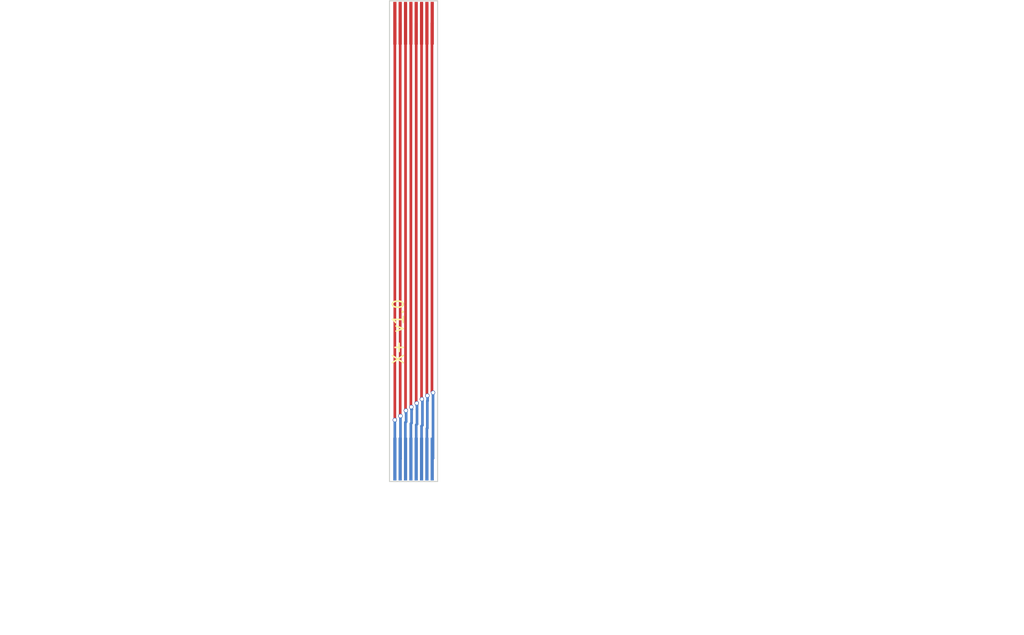
<source format=kicad_pcb>
(kicad_pcb (version 20221018) (generator pcbnew)
  (layers (0 "F.Cu" signal) (31 "B.Cu" signal) (34 "B.Paste" user) (35 "F.Paste" user) (36 "B.SilkS" user "B.Silkscreen") (37 "F.SilkS" user "F.Silkscreen") (38 "B.Mask" user) (39 "F.Mask" user) (44 "Edge.Cuts" user))
  (net 0 "")
  (net 1 "8")
  (net 2 "7")
  (net 3 "6")
  (net 4 "5")
  (net 5 "4")
  (net 6 "3")
  (net 7 "2")
  (net 8 "1")
  (footprint "STS_connector:flexpcb con." (layer "F.Cu") (at 126 90.1)
    (fp_text reference "J1" hide)
    (fp_text value "Conn_01x08_Male")
    (pad "1" smd rect (at 0.5 -2) (size 0.3 4) (layers "F.Cu" "F.Paste" "F.Mask") (net 1 "8"))
    (pad "2" smd rect (at 1 -2) (size 0.3 4) (layers "F.Cu" "F.Paste" "F.Mask") (net 2 "7"))
    (pad "3" smd rect (at 1.5 -2) (size 0.3 4) (layers "F.Cu" "F.Paste" "F.Mask") (net 3 "6"))
    (pad "4" smd rect (at 2 -2) (size 0.3 4) (layers "F.Cu" "F.Paste" "F.Mask") (net 4 "5"))
    (pad "5" smd rect (at 2.5 -2) (size 0.3 4) (layers "F.Cu" "F.Paste" "F.Mask") (net 5 "4"))
    (pad "6" smd rect (at 3 -2) (size 0.3 4) (layers "F.Cu" "F.Paste" "F.Mask") (net 6 "3"))
    (pad "7" smd rect (at 3.5 -2) (size 0.3 4) (layers "F.Cu" "F.Paste" "F.Mask") (net 7 "2"))
    (pad "8" smd rect (at 4 -2) (size 0.3 4) (layers "F.Cu" "F.Paste" "F.Mask") (net 8 "1"))
  )
  (footprint "STS_connector:flexpcb con." (layer "B.Cu") (at 130.5 130.9 180)
    (fp_text reference "J2" hide)
    (fp_text value "Conn_01x08_Male")
    (pad "1" smd rect (at 0.5 2 180) (size 0.3 4) (layers "B.Cu" "B.Paste" "B.Mask") (net 8 "1"))
    (pad "2" smd rect (at 1 2 180) (size 0.3 4) (layers "B.Cu" "B.Paste" "B.Mask") (net 7 "2"))
    (pad "3" smd rect (at 1.5 2 180) (size 0.3 4) (layers "B.Cu" "B.Paste" "B.Mask") (net 6 "3"))
    (pad "4" smd rect (at 2 2 180) (size 0.3 4) (layers "B.Cu" "B.Paste" "B.Mask") (net 5 "4"))
    (pad "5" smd rect (at 2.5 2 180) (size 0.3 4) (layers "B.Cu" "B.Paste" "B.Mask") (net 4 "5"))
    (pad "6" smd rect (at 3 2 180) (size 0.3 4) (layers "B.Cu" "B.Paste" "B.Mask") (net 3 "6"))
    (pad "7" smd rect (at 3.5 2 180) (size 0.3 4) (layers "B.Cu" "B.Paste" "B.Mask") (net 2 "7"))
    (pad "8" smd rect (at 4 2 180) (size 0.3 4) (layers "B.Cu" "B.Paste" "B.Mask") (net 1 "8"))
  )
  (gr_line (start 130.5 86) (end 130.5 131) (stroke (width 0.1)) (layer "Edge.Cuts"))
  (gr_line (start 126 86) (end 126 131) (stroke (width 0.1)) (layer "Edge.Cuts"))
  (gr_line (start 126 131) (end 130.5 131) (stroke (width 0.1)) (layer "Edge.Cuts"))
  (gr_line (start 126 86) (end 130.5 86) (stroke (width 0.1)) (layer "Edge.Cuts"))
  (gr_text "X+ v1.0\n" (at 127.4064 120.1166 90) (layer "F.SilkS") (effects (font (size 1 1)) (justify left bottom)))
  (segment (start 126.5 88.1) (end 126.5 125.2394) (width 0.25) (layer "F.Cu") (net 1))
  (via (at 126.5 125.2394) (size 0.4) (drill 0.3) (layers "F.Cu" "B.Cu") (net 1))
  (segment (start 126.5 125.2394) (end 126.5 128.9) (width 0.25) (layer "B.Cu") (net 1))
  (segment (start 127 124.841) (end 127 88.1) (width 0.25) (layer "F.Cu") (net 2))
  (segment (start 127 124.841) (end 127.0254 124.8664) (width 0.25) (layer "F.Cu") (net 2))
  (via (at 127.0254 124.8664) (size 0.4) (drill 0.3) (layers "F.Cu" "B.Cu") (net 2))
  (segment (start 127.0254 124.8664) (end 127.0254 128.8746) (width 0.25) (layer "B.Cu") (net 2))
  (segment (start 127.0254 128.8746) (end 127 128.9) (width 0.25) (layer "B.Cu") (net 2))
  (segment (start 127.5 124.325) (end 127.5334 124.3584) (width 0.25) (layer "F.Cu") (net 3))
  (segment (start 127.5 124.325) (end 127.5 88.1) (width 0.25) (layer "F.Cu") (net 3))
  (via (at 127.5334 124.3584) (size 0.4) (drill 0.3) (layers "F.Cu" "B.Cu") (net 3))
  (segment (start 127.4826 125.476) (end 127.4826 128.8826) (width 0.25) (layer "B.Cu") (net 3))
  (segment (start 127.4826 128.8826) (end 127.5 128.9) (width 0.25) (layer "B.Cu") (net 3))
  (segment (start 127.5334 124.5616) (end 127.5588 124.587) (width 0.25) (layer "B.Cu") (net 3))
  (segment (start 127.5588 124.587) (end 127.5588 125.3998) (width 0.25) (layer "B.Cu") (net 3))
  (segment (start 127.5334 124.3584) (end 127.5334 124.5616) (width 0.25) (layer "B.Cu") (net 3))
  (segment (start 127.5588 125.3998) (end 127.4826 125.476) (width 0.25) (layer "B.Cu") (net 3))
  (segment (start 128 123.9868) (end 128.0414 124.0282) (width 0.25) (layer "F.Cu") (net 4))
  (segment (start 128 123.9868) (end 128 88.1) (width 0.25) (layer "F.Cu") (net 4))
  (via (at 128.0414 124.0282) (size 0.4) (drill 0.3) (layers "F.Cu" "B.Cu") (net 4))
  (segment (start 128.0668 124.2822) (end 128.0922 124.2568) (width 0.25) (layer "B.Cu") (net 4))
  (segment (start 128.0414 124.206) (end 128.0414 124.0282) (width 0.25) (layer "B.Cu") (net 4))
  (segment (start 128.0922 124.2568) (end 128.0414 124.206) (width 0.25) (layer "B.Cu") (net 4))
  (segment (start 128.0668 125.5268) (end 128.0668 124.2822) (width 0.25) (layer "B.Cu") (net 4))
  (segment (start 128 125.5936) (end 128.0668 125.5268) (width 0.25) (layer "B.Cu") (net 4))
  (segment (start 128 128.9) (end 128 125.5936) (width 0.25) (layer "B.Cu") (net 4))
  (segment (start 128.5 123.5442) (end 128.4986 123.5456) (width 0.25) (layer "F.Cu") (net 5))
  (segment (start 128.5494 123.6726) (end 128.5 123.6232) (width 0.25) (layer "F.Cu") (net 5))
  (segment (start 128.4986 123.6218) (end 128.5494 123.6726) (width 0.25) (layer "F.Cu") (net 5))
  (segment (start 128.4986 123.5456) (end 128.4986 123.6218) (width 0.25) (layer "F.Cu") (net 5))
  (segment (start 128.5 123.6232) (end 128.5 88.1) (width 0.25) (layer "F.Cu") (net 5))
  (via (at 128.5494 123.6726) (size 0.4) (drill 0.3) (layers "F.Cu" "B.Cu") (net 5))
  (segment (start 128.5748 123.9012) (end 128.5748 124.206) (width 0.25) (layer "B.Cu") (net 5))
  (segment (start 128.5 125.7032) (end 128.5748 125.6284) (width 0.25) (layer "B.Cu") (net 5))
  (segment (start 128.5494 123.6726) (end 128.5494 123.8758) (width 0.25) (layer "B.Cu") (net 5))
  (segment (start 128.5748 125.6284) (end 128.5748 124.2568) (width 0.25) (layer "B.Cu") (net 5))
  (segment (start 128.5 128.9) (end 128.5 125.7032) (width 0.25) (layer "B.Cu") (net 5))
  (segment (start 128.5494 123.8758) (end 128.5748 123.9012) (width 0.25) (layer "B.Cu") (net 5))
  (segment (start 129 123.2596) (end 129.032 123.2916) (width 0.25) (layer "F.Cu") (net 6))
  (segment (start 129 123.2596) (end 129 88.1) (width 0.25) (layer "F.Cu") (net 6))
  (via (at 129.032 123.2916) (size 0.4) (drill 0.3) (layers "F.Cu" "B.Cu") (net 6))
  (segment (start 129.0828 123.3424) (end 129.032 123.2916) (width 0.25) (layer "B.Cu") (net 6))
  (segment (start 129 128.9) (end 129 125.8128) (width 0.25) (layer "B.Cu") (net 6))
  (segment (start 129 125.8128) (end 129.0828 125.73) (width 0.25) (layer "B.Cu") (net 6))
  (segment (start 129.0828 125.73) (end 129.0828 123.3424) (width 0.25) (layer "B.Cu") (net 6))
  (segment (start 129.5 88.1) (end 129.5 122.9214) (width 0.25) (layer "F.Cu") (net 7))
  (segment (start 129.5 122.9214) (end 129.54 122.9614) (width 0.25) (layer "F.Cu") (net 7))
  (via (at 129.54 122.9614) (size 0.4) (drill 0.3) (layers "F.Cu" "B.Cu") (net 7))
  (segment (start 129.5 126.0456) (end 129.54 126.0056) (width 0.25) (layer "B.Cu") (net 7))
  (segment (start 129.5654 122.9868) (end 129.54 122.9614) (width 0.25) (layer "B.Cu") (net 7))
  (segment (start 129.54 126.0056) (end 129.54 123.4694) (width 0.25) (layer "B.Cu") (net 7))
  (segment (start 129.5 128.9) (end 129.5 126.0456) (width 0.25) (layer "B.Cu") (net 7))
  (segment (start 129.54 123.4694) (end 129.5654 123.444) (width 0.25) (layer "B.Cu") (net 7))
  (segment (start 129.5654 123.444) (end 129.5654 122.9868) (width 0.25) (layer "B.Cu") (net 7))
  (segment (start 130 88.1) (end 129.975 88.125) (width 0.25) (layer "F.Cu") (net 8))
  (segment (start 129.975 88.125) (end 129.975 122.5836) (width 0.25) (layer "F.Cu") (net 8))
  (segment (start 129.975 122.5836) (end 130.0734 122.682) (width 0.25) (layer "F.Cu") (net 8))
  (via (at 130.0734 122.682) (size 0.4) (drill 0.3) (layers "F.Cu" "B.Cu") (net 8))
  (segment (start 130.0734 122.682) (end 130.0734 128.8266) (width 0.25) (layer "B.Cu") (net 8))
  (segment (start 130.0734 128.8266) (end 130 128.9) (width 0.25) (layer "B.Cu") (net 8))
)
</source>
